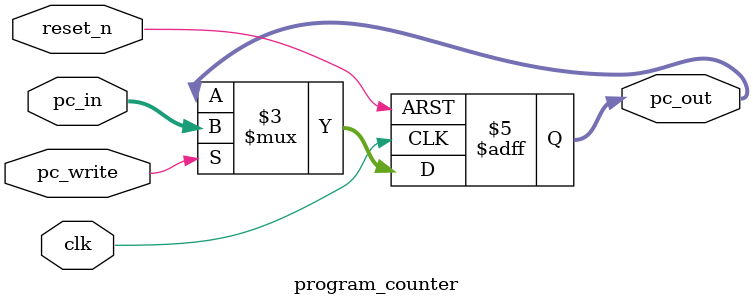
<source format=v>
module program_counter(
    input clk,
    input reset_n,
    input [15:0] pc_in,
    input pc_write,
    output reg [15:0] pc_out
);
    always @(posedge clk or negedge reset_n) begin
        if (!reset_n)
            pc_out <= 16'h0000;
        else if (pc_write)
            pc_out <= pc_in;
    end
endmodule

</source>
